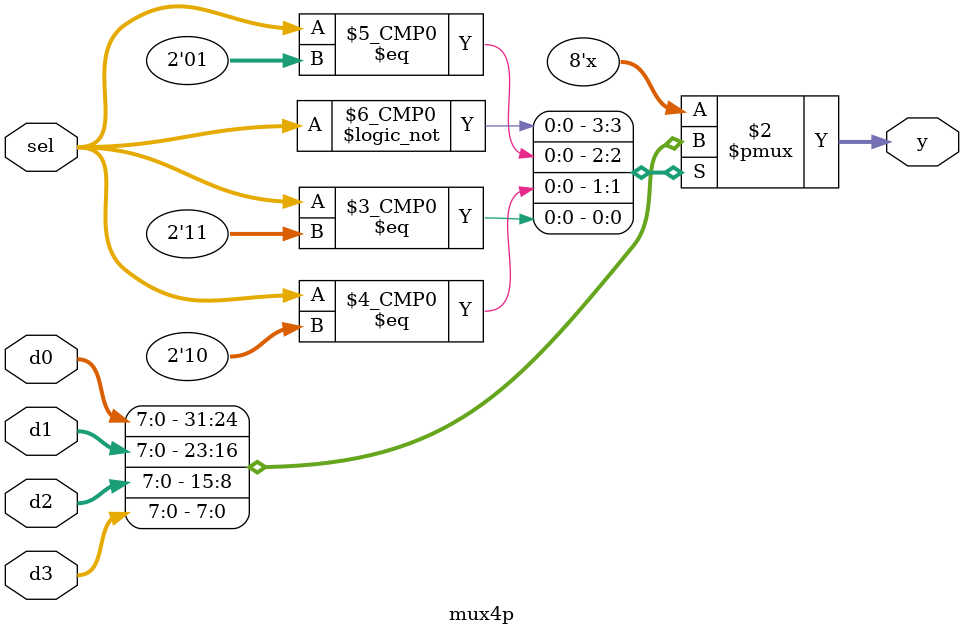
<source format=sv>
`timescale 1ns / 1ps


module mux4p #(parameter W=8) ( input logic [W - 1:0] d0, d1, d2, d3,
                                input logic [1:0] sel,
                                output logic [W - 1:0] y);

    always_comb
    begin
        case(sel)
            2'b00 : y = d0;
            2'b01 : y = d1;
            2'b10 : y = d2;
            2'b11 : y = d3;
        endcase
    end

endmodule

</source>
